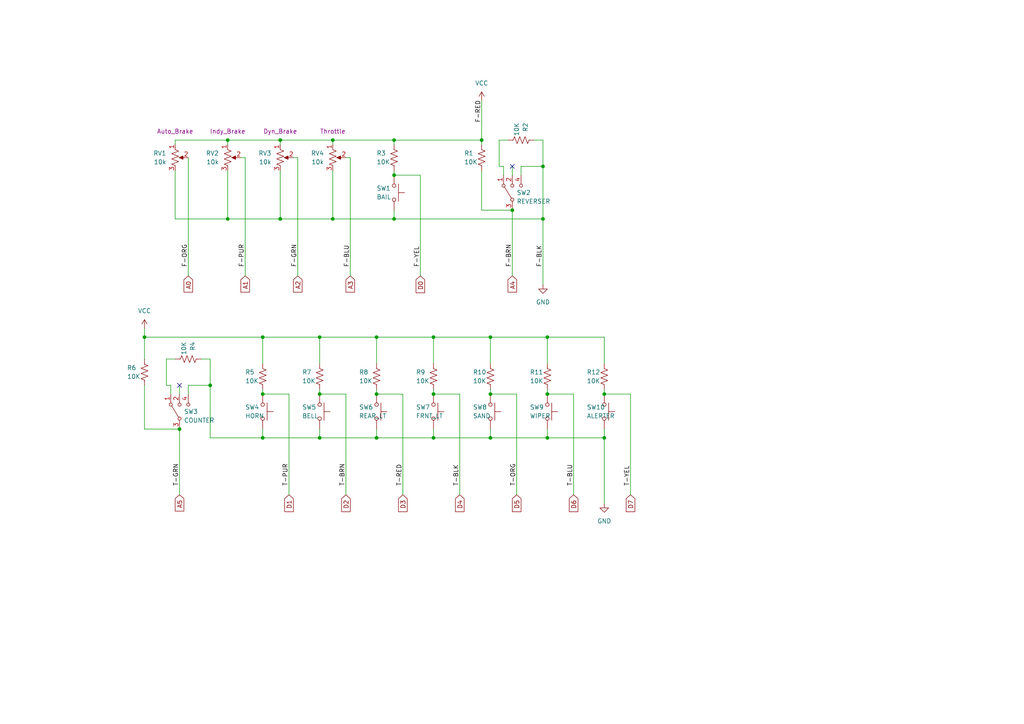
<source format=kicad_sch>
(kicad_sch (version 20230121) (generator eeschema)
  (paper "A4")
  (title_block (title "Mini-RD user controls") (date "2024-04-17") (rev "c.524") (company "Base to Final Engineering LLC") (comment 1 "sjs"))
  (lib_symbols
    (symbol "Device:R_Potentiometer_US" (pin_names (offset 1.016) hide)
      (property "Reference" "RV" (at -4.445 0 90))
      (property "Value" "R_Potentiometer_US" (at -2.54 0 90))
      (symbol "R_Potentiometer_US_0_1"
        (polyline (pts (xy 0 -2.286) (xy 0 -2.54)))
        (polyline (pts (xy 0 2.54) (xy 0 2.286)))
        (polyline (pts (xy 2.54 0) (xy 1.524 0)))
        (polyline (pts (xy 1.143 0) (xy 2.286 0.508) (xy 2.286 -0.508) (xy 1.143 0)) (fill (type outline)))
        (polyline (pts (xy 0 -0.762) (xy 1.016 -1.143) (xy 0 -1.524) (xy -1.016 -1.905) (xy 0 -2.286)))
        (polyline (pts (xy 0 0.762) (xy 1.016 0.381) (xy 0 0) (xy -1.016 -0.381) (xy 0 -0.762)))
        (polyline (pts (xy 0 2.286) (xy 1.016 1.905) (xy 0 1.524) (xy -1.016 1.143) (xy 0 0.762)))
      )
      (symbol "R_Potentiometer_US_1_1"
        (pin passive line (at 0 3.81 270) (length 1.27) (name "1") (number "1"))
        (pin passive line (at 3.81 0 180) (length 1.27) (name "2") (number "2"))
        (pin passive line (at 0 -3.81 90) (length 1.27) (name "3") (number "3"))
      )
    )
    (symbol "Device:R_US" (pin_numbers hide) (pin_names (offset 0))
      (property "Reference" "R" (at 2.54 0 90))
      (property "Value" "R_US" (at -2.54 0 90))
      (symbol "R_US_0_1"
        (polyline (pts (xy 0 -2.286) (xy 0 -2.54)))
        (polyline (pts (xy 0 2.286) (xy 0 2.54)))
        (polyline (pts (xy 0 -0.762) (xy 1.016 -1.143) (xy 0 -1.524) (xy -1.016 -1.905) (xy 0 -2.286)))
        (polyline (pts (xy 0 0.762) (xy 1.016 0.381) (xy 0 0) (xy -1.016 -0.381) (xy 0 -0.762)))
        (polyline (pts (xy 0 2.286) (xy 1.016 1.905) (xy 0 1.524) (xy -1.016 1.143) (xy 0 0.762)))
      )
      (symbol "R_US_1_1"
        (pin passive line (at 0 3.81 270) (length 1.27) (name "~") (number "1"))
        (pin passive line (at 0 -3.81 90) (length 1.27) (name "~") (number "2"))
      )
    )
    (symbol "Switch:SW_Push" (pin_numbers hide) (pin_names (offset 1.016) hide)
      (property "Reference" "SW" (at 1.27 2.54 0))
      (property "Value" "SW_Push" (at 0 -1.524 0))
      (symbol "SW_Push_0_1"
        (circle (center -2.032 0) (radius 0.508))
        (polyline (pts (xy 0 1.27) (xy 0 3.048)))
        (polyline (pts (xy 2.54 1.27) (xy -2.54 1.27)))
        (circle (center 2.032 0) (radius 0.508))
        (pin passive line (at -5.08 0 0) (length 2.54) (name "1") (number "1"))
        (pin passive line (at 5.08 0 180) (length 2.54) (name "2") (number "2"))
      )
    )
    (symbol "Switch:SW_SP3T" (pin_names (offset 0) hide)
      (property "Reference" "SW" (at 0 5.08 0))
      (property "Value" "SW_SP3T" (at 0 -5.08 0))
      (symbol "SW_SP3T_0_1"
        (circle (center -2.032 0) (radius 0.4572))
        (polyline (pts (xy -1.651 0.254) (xy 1.651 2.286)))
        (circle (center 2.032 -2.54) (radius 0.4572))
        (circle (center 2.032 0) (radius 0.4572))
        (circle (center 2.032 2.54) (radius 0.4572))
      )
      (symbol "SW_SP3T_1_1"
        (pin passive line (at 5.08 2.54 180) (length 2.54) (name "1") (number "1"))
        (pin passive line (at 5.08 0 180) (length 2.54) (name "2") (number "2"))
        (pin passive line (at -5.08 0 0) (length 2.54) (name "3") (number "3"))
        (pin passive line (at 5.08 -2.54 180) (length 2.54) (name "4") (number "4"))
      )
    )
    (symbol "power:GND" (power) (pin_names (offset 0))
      (property "Value" "GND" (at 0 -3.81 0))
      (symbol "GND_0_1"
        (polyline (pts (xy 0 0) (xy 0 -1.27) (xy 1.27 -1.27) (xy 0 -2.54) (xy -1.27 -1.27) (xy 0 -1.27)))
      )
      (symbol "GND_1_1"
        (pin power_in line (at 0 0 270) (length 0) hide (name "GND") (number "1"))
      )
    )
    (symbol "power:VCC" (power) (pin_names (offset 0))
      (property "Value" "VCC" (at 0 3.81 0))
      (symbol "VCC_0_1"
        (polyline (pts (xy -0.762 1.27) (xy 0 2.54)))
        (polyline (pts (xy 0 0) (xy 0 2.54)))
        (polyline (pts (xy 0 2.54) (xy 0.762 1.27)))
      )
      (symbol "VCC_1_1"
        (pin power_in line (at 0 0 90) (length 0) hide (name "VCC") (number "1"))
      )
    )
  )
  (junction (at 92.71 127))
  (junction (at 175.26 114.3))
  (junction (at 158.75 114.3))
  (junction (at 66.04 63.5))
  (junction (at 157.48 63.5))
  (junction (at 81.28 63.5))
  (junction (at 157.48 48.26))
  (junction (at 96.52 63.5))
  (junction (at 158.75 97.79))
  (junction (at 41.91 97.79))
  (junction (at 125.73 114.3))
  (junction (at 175.26 127))
  (junction (at 114.3 63.5))
  (junction (at 92.71 97.79))
  (junction (at 109.22 114.3))
  (junction (at 81.28 40.64))
  (junction (at 109.22 127))
  (junction (at 142.24 97.79))
  (junction (at 125.73 97.79))
  (junction (at 148.59 60.96))
  (junction (at 114.3 50.8))
  (junction (at 76.2 127))
  (junction (at 139.7 40.64))
  (junction (at 96.52 40.64))
  (junction (at 66.04 40.64))
  (junction (at 109.22 97.79))
  (junction (at 142.24 114.3))
  (junction (at 114.3 40.64))
  (junction (at 158.75 127))
  (junction (at 60.96 111.76))
  (junction (at 76.2 114.3))
  (junction (at 125.73 127))
  (junction (at 142.24 127))
  (junction (at 52.07 124.46))
  (junction (at 92.71 114.3))
  (junction (at 76.2 97.79))
  (no_connect (at 148.59 48.26))
  (no_connect (at 52.07 111.76))
  (wire (pts (xy 109.22 124.46) (xy 109.22 127)))
  (wire (pts (xy 92.71 113.03) (xy 92.71 114.3)))
  (wire (pts (xy 48.26 111.76) (xy 48.26 104.14)))
  (wire (pts (xy 157.48 63.5) (xy 114.3 63.5)))
  (wire (pts (xy 142.24 124.46) (xy 142.24 127)))
  (wire (pts (xy 157.48 48.26) (xy 157.48 63.5)))
  (wire (pts (xy 142.24 127) (xy 158.75 127)))
  (wire (pts (xy 125.73 124.46) (xy 125.73 127)))
  (wire (pts (xy 92.71 124.46) (xy 92.71 127)))
  (wire (pts (xy 81.28 49.53) (xy 81.28 63.5)))
  (wire (pts (xy 81.28 40.64) (xy 81.28 41.91)))
  (wire (pts (xy 58.42 104.14) (xy 60.96 104.14)))
  (wire (pts (xy 116.84 114.3) (xy 116.84 143.51)))
  (wire (pts (xy 121.92 50.8) (xy 121.92 80.01)))
  (wire (pts (xy 76.2 127) (xy 92.71 127)))
  (wire (pts (xy 149.86 114.3) (xy 149.86 143.51)))
  (wire (pts (xy 125.73 114.3) (xy 133.35 114.3)))
  (wire (pts (xy 148.59 60.96) (xy 148.59 80.01)))
  (wire (pts (xy 139.7 49.53) (xy 139.7 60.96)))
  (wire (pts (xy 54.61 111.76) (xy 60.96 111.76)))
  (wire (pts (xy 50.8 63.5) (xy 50.8 49.53)))
  (wire (pts (xy 114.3 40.64) (xy 96.52 40.64)))
  (wire (pts (xy 50.8 40.64) (xy 50.8 41.91)))
  (wire (pts (xy 146.05 48.26) (xy 144.78 48.26)))
  (wire (pts (xy 139.7 41.91) (xy 139.7 40.64)))
  (wire (pts (xy 109.22 97.79) (xy 109.22 105.41)))
  (wire (pts (xy 114.3 60.96) (xy 114.3 63.5)))
  (wire (pts (xy 125.73 97.79) (xy 109.22 97.79)))
  (wire (pts (xy 83.82 114.3) (xy 83.82 143.51)))
  (wire (pts (xy 114.3 49.53) (xy 114.3 50.8)))
  (wire (pts (xy 49.53 114.3) (xy 49.53 111.76)))
  (wire (pts (xy 175.26 124.46) (xy 175.26 127)))
  (wire (pts (xy 142.24 114.3) (xy 149.86 114.3)))
  (wire (pts (xy 52.07 111.76) (xy 52.07 114.3)))
  (wire (pts (xy 148.59 48.26) (xy 148.59 50.8)))
  (wire (pts (xy 50.8 104.14) (xy 48.26 104.14)))
  (wire (pts (xy 92.71 127) (xy 109.22 127)))
  (wire (pts (xy 86.36 45.72) (xy 86.36 80.01)))
  (wire (pts (xy 175.26 97.79) (xy 158.75 97.79)))
  (wire (pts (xy 125.73 127) (xy 142.24 127)))
  (wire (pts (xy 158.75 97.79) (xy 158.75 105.41)))
  (wire (pts (xy 146.05 50.8) (xy 146.05 48.26)))
  (wire (pts (xy 148.59 60.96) (xy 139.7 60.96)))
  (wire (pts (xy 158.75 124.46) (xy 158.75 127)))
  (wire (pts (xy 101.6 45.72) (xy 101.6 80.01)))
  (wire (pts (xy 52.07 124.46) (xy 52.07 143.51)))
  (wire (pts (xy 158.75 97.79) (xy 142.24 97.79)))
  (wire (pts (xy 158.75 114.3) (xy 166.37 114.3)))
  (wire (pts (xy 49.53 111.76) (xy 48.26 111.76)))
  (wire (pts (xy 41.91 95.25) (xy 41.91 97.79)))
  (wire (pts (xy 92.71 97.79) (xy 92.71 105.41)))
  (wire (pts (xy 158.75 113.03) (xy 158.75 114.3)))
  (wire (pts (xy 96.52 40.64) (xy 81.28 40.64)))
  (wire (pts (xy 76.2 97.79) (xy 41.91 97.79)))
  (wire (pts (xy 60.96 104.14) (xy 60.96 111.76)))
  (wire (pts (xy 125.73 113.03) (xy 125.73 114.3)))
  (wire (pts (xy 151.13 48.26) (xy 151.13 50.8)))
  (wire (pts (xy 71.12 45.72) (xy 69.85 45.72)))
  (wire (pts (xy 166.37 114.3) (xy 166.37 143.51)))
  (wire (pts (xy 114.3 40.64) (xy 114.3 41.91)))
  (wire (pts (xy 76.2 97.79) (xy 76.2 105.41)))
  (wire (pts (xy 71.12 45.72) (xy 71.12 80.01)))
  (wire (pts (xy 96.52 49.53) (xy 96.52 63.5)))
  (wire (pts (xy 60.96 111.76) (xy 60.96 127)))
  (wire (pts (xy 109.22 127) (xy 125.73 127)))
  (wire (pts (xy 76.2 114.3) (xy 83.82 114.3)))
  (wire (pts (xy 86.36 45.72) (xy 85.09 45.72)))
  (wire (pts (xy 60.96 127) (xy 76.2 127)))
  (wire (pts (xy 41.91 97.79) (xy 41.91 104.14)))
  (wire (pts (xy 125.73 97.79) (xy 125.73 105.41)))
  (wire (pts (xy 147.32 40.64) (xy 144.78 40.64)))
  (wire (pts (xy 50.8 63.5) (xy 66.04 63.5)))
  (wire (pts (xy 109.22 97.79) (xy 92.71 97.79)))
  (wire (pts (xy 139.7 29.21) (xy 139.7 40.64)))
  (wire (pts (xy 114.3 63.5) (xy 96.52 63.5)))
  (wire (pts (xy 50.8 40.64) (xy 66.04 40.64)))
  (wire (pts (xy 66.04 49.53) (xy 66.04 63.5)))
  (wire (pts (xy 158.75 127) (xy 175.26 127)))
  (wire (pts (xy 41.91 124.46) (xy 52.07 124.46)))
  (wire (pts (xy 76.2 124.46) (xy 76.2 127)))
  (wire (pts (xy 54.61 111.76) (xy 54.61 114.3)))
  (wire (pts (xy 175.26 97.79) (xy 175.26 105.41)))
  (wire (pts (xy 139.7 40.64) (xy 114.3 40.64)))
  (wire (pts (xy 66.04 40.64) (xy 81.28 40.64)))
  (wire (pts (xy 114.3 50.8) (xy 121.92 50.8)))
  (wire (pts (xy 175.26 127) (xy 175.26 146.05)))
  (wire (pts (xy 96.52 40.64) (xy 96.52 41.91)))
  (wire (pts (xy 142.24 97.79) (xy 142.24 105.41)))
  (wire (pts (xy 142.24 113.03) (xy 142.24 114.3)))
  (wire (pts (xy 66.04 40.64) (xy 66.04 41.91)))
  (wire (pts (xy 157.48 63.5) (xy 157.48 82.55)))
  (wire (pts (xy 151.13 48.26) (xy 157.48 48.26)))
  (wire (pts (xy 92.71 97.79) (xy 76.2 97.79)))
  (wire (pts (xy 154.94 40.64) (xy 157.48 40.64)))
  (wire (pts (xy 54.61 45.72) (xy 54.61 80.01)))
  (wire (pts (xy 81.28 63.5) (xy 96.52 63.5)))
  (wire (pts (xy 182.88 114.3) (xy 182.88 143.51)))
  (wire (pts (xy 101.6 45.72) (xy 100.33 45.72)))
  (wire (pts (xy 109.22 113.03) (xy 109.22 114.3)))
  (wire (pts (xy 66.04 63.5) (xy 81.28 63.5)))
  (wire (pts (xy 100.33 114.3) (xy 100.33 143.51)))
  (wire (pts (xy 175.26 114.3) (xy 182.88 114.3)))
  (wire (pts (xy 133.35 114.3) (xy 133.35 143.51)))
  (wire (pts (xy 144.78 48.26) (xy 144.78 40.64)))
  (wire (pts (xy 92.71 114.3) (xy 100.33 114.3)))
  (wire (pts (xy 157.48 40.64) (xy 157.48 48.26)))
  (wire (pts (xy 142.24 97.79) (xy 125.73 97.79)))
  (wire (pts (xy 76.2 113.03) (xy 76.2 114.3)))
  (wire (pts (xy 109.22 114.3) (xy 116.84 114.3)))
  (wire (pts (xy 175.26 113.03) (xy 175.26 114.3)))
  (wire (pts (xy 41.91 111.76) (xy 41.91 124.46)))
  (label "F-BLK" (at 157.48 77.47 90))
  (label "F-BRN" (at 148.59 77.47 90))
  (label "F-ORG" (at 54.61 77.47 90))
  (label "F-GRN" (at 86.36 77.47 90))
  (label "F-RED" (at 139.7 35.56 90))
  (label "F-BLU" (at 101.6 77.47 90))
  (label "T-BLK" (at 133.35 140.97 90))
  (label "T-PUR" (at 83.82 140.97 90))
  (label "F-PUR" (at 71.12 77.47 90))
  (label "F-YEL" (at 121.92 77.47 90))
  (label "T-ORG" (at 149.86 140.97 90))
  (label "T-BRN" (at 100.33 140.97 90))
  (label "T-GRN" (at 52.07 140.97 90))
  (label "T-BLU" (at 166.37 140.97 90))
  (label "T-RED" (at 116.84 140.97 90))
  (label "T-YEL" (at 182.88 140.97 90))
  (global_label "A0" (shape input) (at 54.61 80.01 270) (property "Intersheetrefs" "${INTERSHEET_REFS}" (effects hide)))
  (global_label "A4" (shape input) (at 148.59 80.01 270) (property "Intersheetrefs" "${INTERSHEET_REFS}" (effects hide)))
  (global_label "D3" (shape input) (at 116.84 143.51 270) (property "Intersheetrefs" "${INTERSHEET_REFS}" (effects hide)))
  (global_label "A5" (shape input) (at 52.07 143.51 270) (property "Intersheetrefs" "${INTERSHEET_REFS}" (effects hide)))
  (global_label "D6" (shape input) (at 166.37 143.51 270) (property "Intersheetrefs" "${INTERSHEET_REFS}" (effects hide)))
  (global_label "D7" (shape input) (at 182.88 143.51 270) (property "Intersheetrefs" "${INTERSHEET_REFS}" (effects hide)))
  (global_label "D1" (shape input) (at 83.82 143.51 270) (property "Intersheetrefs" "${INTERSHEET_REFS}" (effects hide)))
  (global_label "D0" (shape input) (at 121.92 80.01 270) (property "Intersheetrefs" "${INTERSHEET_REFS}" (effects hide)))
  (global_label "D5" (shape input) (at 149.86 143.51 270) (property "Intersheetrefs" "${INTERSHEET_REFS}" (effects hide)))
  (global_label "A3" (shape input) (at 101.6 80.01 270) (property "Intersheetrefs" "${INTERSHEET_REFS}" (effects hide)))
  (global_label "A1" (shape input) (at 71.12 80.01 270) (property "Intersheetrefs" "${INTERSHEET_REFS}" (effects hide)))
  (global_label "D2" (shape input) (at 100.33 143.51 270) (property "Intersheetrefs" "${INTERSHEET_REFS}" (effects hide)))
  (global_label "A2" (shape input) (at 86.36 80.01 270) (property "Intersheetrefs" "${INTERSHEET_REFS}" (effects hide)))
  (global_label "D4" (shape input) (at 133.35 143.51 270) (property "Intersheetrefs" "${INTERSHEET_REFS}" (effects hide)))
  (symbol (lib_id "Device:R_US") (at 41.91 107.95 0) (unit 1)
    (property "Reference" "R6" (at 36.83 106.68 0) (effects (justify left)))
    (property "Value" "10K" (at 36.83 109.22 0) (effects (justify left)))
  )
  (symbol (lib_id "Switch:SW_SP3T") (at 148.59 55.88 90) (unit 1)
    (property "Reference" "SW2" (at 149.86 55.88 90) (effects (justify right)))
    (property "Value" "REVERSER" (at 149.86 58.42 90) (effects (justify right)))
  )
  (symbol (lib_id "power:VCC") (at 41.91 95.25 0) (unit 1)
    (property "Reference" "#PWR04" (effects hide))
    (property "Value" "VCC" (at 41.91 90.17 0))
  )
  (symbol (lib_id "Device:R_Potentiometer_US") (at 96.52 45.72 0) (unit 1)
    (property "Reference" "RV4" (at 93.98 44.45 0) (effects (justify right)))
    (property "Value" "10k" (at 93.98 46.99 0) (effects (justify right)))
    (property "Info" "Throttle" (at 96.52 38.1 0))
  )
  (symbol (lib_id "Switch:SW_Push") (at 114.3 55.88 270) (unit 1)
    (property "Reference" "SW1" (at 109.22 54.61 90) (effects (justify left)))
    (property "Value" "BAIL" (at 109.22 57.15 90) (effects (justify left)))
  )
  (symbol (lib_id "Switch:SW_Push") (at 158.75 119.38 270) (unit 1)
    (property "Reference" "SW9" (at 153.67 118.11 90) (effects (justify left)))
    (property "Value" "WIPER" (at 153.67 120.65 90) (effects (justify left)))
  )
  (symbol (lib_id "Device:R_Potentiometer_US") (at 81.28 45.72 0) (unit 1)
    (property "Reference" "RV3" (at 78.74 44.45 0) (effects (justify right)))
    (property "Value" "10k" (at 78.74 46.99 0) (effects (justify right)))
    (property "Info" "Dyn_Brake" (at 81.28 38.1 0))
  )
  (symbol (lib_id "Device:R_US") (at 92.71 109.22 0) (unit 1)
    (property "Reference" "R7" (at 87.63 107.95 0) (effects (justify left)))
    (property "Value" "10K" (at 87.63 110.49 0) (effects (justify left)))
  )
  (symbol (lib_id "Device:R_US") (at 175.26 109.22 0) (unit 1)
    (property "Reference" "R12" (at 170.18 107.95 0) (effects (justify left)))
    (property "Value" "10K" (at 170.18 110.49 0) (effects (justify left)))
  )
  (symbol (lib_id "Switch:SW_Push") (at 175.26 119.38 270) (unit 1)
    (property "Reference" "SW10" (at 170.18 118.11 90) (effects (justify left)))
    (property "Value" "ALERTER" (at 170.18 120.65 90) (effects (justify left)))
  )
  (symbol (lib_id "Device:R_Potentiometer_US") (at 50.8 45.72 0) (unit 1)
    (property "Reference" "RV1" (at 48.26 44.45 0) (effects (justify right)))
    (property "Value" "10k" (at 48.26 46.99 0) (effects (justify right)))
    (property "Info" "Auto_Brake" (at 50.8 38.1 0))
  )
  (symbol (lib_id "Device:R_US") (at 54.61 104.14 270) (unit 1)
    (property "Reference" "R4" (at 55.88 99.06 0) (effects (justify left)))
    (property "Value" "10K" (at 53.34 99.06 0) (effects (justify left)))
  )
  (symbol (lib_id "Switch:SW_Push") (at 125.73 119.38 270) (unit 1)
    (property "Reference" "SW7" (at 120.65 118.11 90) (effects (justify left)))
    (property "Value" "FRNT_LT" (at 120.65 120.65 90) (effects (justify left)))
  )
  (symbol (lib_id "Device:R_US") (at 151.13 40.64 270) (unit 1)
    (property "Reference" "R2" (at 152.4 35.56 0) (effects (justify left)))
    (property "Value" "10K" (at 149.86 35.56 0) (effects (justify left)))
  )
  (symbol (lib_id "Device:R_US") (at 114.3 45.72 0) (unit 1)
    (property "Reference" "R3" (at 109.22 44.45 0) (effects (justify left)))
    (property "Value" "10K" (at 109.22 46.99 0) (effects (justify left)))
  )
  (symbol (lib_id "Device:R_US") (at 158.75 109.22 0) (unit 1)
    (property "Reference" "R11" (at 153.67 107.95 0) (effects (justify left)))
    (property "Value" "10K" (at 153.67 110.49 0) (effects (justify left)))
  )
  (symbol (lib_id "Switch:SW_Push") (at 92.71 119.38 270) (unit 1)
    (property "Reference" "SW5" (at 87.63 118.11 90) (effects (justify left)))
    (property "Value" "BELL" (at 87.63 120.65 90) (effects (justify left)))
  )
  (symbol (lib_id "Device:R_US") (at 76.2 109.22 0) (unit 1)
    (property "Reference" "R5" (at 71.12 107.95 0) (effects (justify left)))
    (property "Value" "10K" (at 71.12 110.49 0) (effects (justify left)))
  )
  (symbol (lib_id "Switch:SW_Push") (at 109.22 119.38 270) (unit 1)
    (property "Reference" "SW6" (at 104.14 118.11 90) (effects (justify left)))
    (property "Value" "REAR_LT" (at 104.14 120.65 90) (effects (justify left)))
  )
  (symbol (lib_id "power:GND") (at 157.48 82.55 0) (unit 1)
    (property "Reference" "#PWR03" (effects hide))
    (property "Value" "GND" (at 157.48 87.63 0))
  )
  (symbol (lib_id "Switch:SW_SP3T") (at 52.07 119.38 90) (unit 1)
    (property "Reference" "SW3" (at 53.34 119.38 90) (effects (justify right)))
    (property "Value" "COUNTER" (at 53.34 121.92 90) (effects (justify right)))
  )
  (symbol (lib_id "Device:R_US") (at 125.73 109.22 0) (unit 1)
    (property "Reference" "R9" (at 120.65 107.95 0) (effects (justify left)))
    (property "Value" "10K" (at 120.65 110.49 0) (effects (justify left)))
  )
  (symbol (lib_id "Device:R_US") (at 109.22 109.22 0) (unit 1)
    (property "Reference" "R8" (at 104.14 107.95 0) (effects (justify left)))
    (property "Value" "10K" (at 104.14 110.49 0) (effects (justify left)))
  )
  (symbol (lib_id "Switch:SW_Push") (at 76.2 119.38 270) (unit 1)
    (property "Reference" "SW4" (at 71.12 118.11 90) (effects (justify left)))
    (property "Value" "HORN" (at 71.12 120.65 90) (effects (justify left)))
  )
  (symbol (lib_id "Device:R_Potentiometer_US") (at 66.04 45.72 0) (unit 1)
    (property "Reference" "RV2" (at 63.5 44.45 0) (effects (justify right)))
    (property "Value" "10k" (at 63.5 46.99 0) (effects (justify right)))
    (property "Info" "Indy_Brake" (at 66.04 38.1 0))
  )
  (symbol (lib_id "Device:R_US") (at 139.7 45.72 0) (unit 1)
    (property "Reference" "R1" (at 134.62 44.45 0) (effects (justify left)))
    (property "Value" "10K" (at 134.62 46.99 0) (effects (justify left)))
  )
  (symbol (lib_id "Switch:SW_Push") (at 142.24 119.38 270) (unit 1)
    (property "Reference" "SW8" (at 137.16 118.11 90) (effects (justify left)))
    (property "Value" "SAND" (at 137.16 120.65 90) (effects (justify left)))
  )
  (symbol (lib_id "power:VCC") (at 139.7 29.21 0) (unit 1)
    (property "Reference" "#PWR01" (effects hide))
    (property "Value" "VCC" (at 139.7 24.13 0))
  )
  (symbol (lib_id "power:GND") (at 175.26 146.05 0) (unit 1)
    (property "Reference" "#PWR05" (effects hide))
    (property "Value" "GND" (at 175.26 151.13 0))
  )
  (symbol (lib_id "Device:R_US") (at 142.24 109.22 0) (unit 1)
    (property "Reference" "R10" (at 137.16 107.95 0) (effects (justify left)))
    (property "Value" "10K" (at 137.16 110.49 0) (effects (justify left)))
  )
)
</source>
